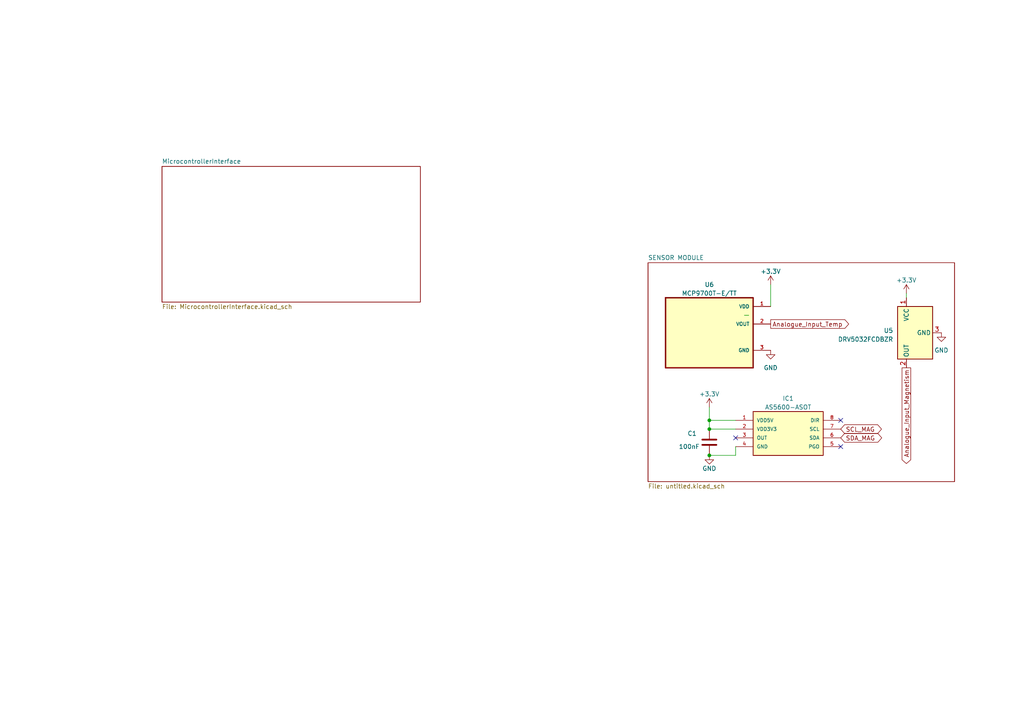
<source format=kicad_sch>
(kicad_sch (version 20230121) (generator eeschema)
  (paper "A4")
  (lib_symbols
    (symbol "AS5600-ASOT:AS5600-ASOT" (pin_names (offset 1.016))
      (property "Reference" "IC" (at 6.35 5.08 0))
      (property "Value" "AS5600-ASOT" (at 6.35 -12.7 0))
      (symbol "AS5600-ASOT_0_0"
        (rectangle (start 5.08 -10.16) (end 25.4 2.54) (stroke (width 0.254)) (fill (type background)))
        (pin bidirectional line (at 0 0 0) (length 5.08) (name "VDD5V") (number "1"))
        (pin bidirectional line (at 0 -2.54 0) (length 5.08) (name "VDD3V3") (number "2"))
        (pin bidirectional line (at 0 -5.08 0) (length 5.08) (name "OUT") (number "3"))
        (pin bidirectional line (at 0 -7.62 0) (length 5.08) (name "GND") (number "4"))
        (pin bidirectional line (at 30.48 -7.62 180) (length 5.08) (name "PGO") (number "5"))
        (pin bidirectional line (at 30.48 -5.08 180) (length 5.08) (name "SDA") (number "6"))
        (pin bidirectional line (at 30.48 -2.54 180) (length 5.08) (name "SCL") (number "7"))
        (pin bidirectional line (at 30.48 0 180) (length 5.08) (name "DIR") (number "8"))
      )
    )
    (symbol "Device:C" (pin_numbers hide) (pin_names (offset 0.254))
      (property "Reference" "C" (at 0.635 2.54 0))
      (property "Value" "C" (at 0.635 -2.54 0))
      (symbol "C_0_1"
        (polyline (pts (xy -2.032 -0.762) (xy 2.032 -0.762)) (stroke (width 0.508)))
        (polyline (pts (xy -2.032 0.762) (xy 2.032 0.762)) (stroke (width 0.508)))
      )
      (symbol "C_1_1"
        (pin passive line (at 0 3.81 270) (length 2.794) (name "~") (number "1"))
        (pin passive line (at 0 -3.81 90) (length 2.794) (name "~") (number "2"))
      )
    )
    (symbol "MCP9700T-E_TT:MCP9700T-E{slash}TT" (pin_names (offset 1.016))
      (property "Reference" "U" (at -12.7 11.16 0))
      (property "Value" "MCP9700T-E{slash}TT" (at -12.7 -14.16 0))
      (symbol "MCP9700T-E{slash}TT_0_0"
        (rectangle (start -12.7 -10.16) (end 12.7 10.16) (stroke (width 0.41)) (fill (type background)))
        (pin power_in line (at 17.78 7.62 180) (length 5.08) (name "VDD") (number "1"))
        (pin output line (at 17.78 2.54 180) (length 5.08) (name "VOUT") (number "2"))
        (pin power_in line (at 17.78 -5.08 180) (length 5.08) (name "GND") (number "3"))
      )
    )
    (symbol "Sensor_Magnetic:DRV5033FAxDBZ"
      (property "Reference" "U5" (at -6.35 0.635 0))
      (property "Value" "DRV5032FCDBZR" (at -6.35 -1.905 0))
      (symbol "DRV5033FAxDBZ_1_1"
        (rectangle (start -5.08 7.62) (end 5.08 -7.62) (stroke (width 0.254)) (fill (type background)))
        (pin power_in line (at -2.54 10.16 270) (length 2.54) (name "VCC") (number "1"))
        (pin output line (at -2.54 -10.16 90) (length 2.54) (name "OUT") (number "2"))
        (pin power_in line (at 7.62 0 180) (length 2.54) (name "GND") (number "3"))
      )
    )
    (symbol "power:+3.3V" (power) (pin_names (offset 0))
      (property "Value" "+3.3V" (at 0 3.556 0))
      (symbol "+3.3V_0_1"
        (polyline (pts (xy -0.762 1.27) (xy 0 2.54)))
        (polyline (pts (xy 0 0) (xy 0 2.54)))
        (polyline (pts (xy 0 2.54) (xy 0.762 1.27)))
      )
      (symbol "+3.3V_1_1"
        (pin power_in line (at 0 0 90) (length 0) hide (name "+3.3V") (number "1"))
      )
    )
    (symbol "power:GND" (power) (pin_names (offset 0))
      (property "Value" "GND" (at 0 -3.81 0))
      (symbol "GND_0_1"
        (polyline (pts (xy 0 0) (xy 0 -1.27) (xy 1.27 -1.27) (xy 0 -2.54) (xy -1.27 -1.27) (xy 0 -1.27)))
      )
      (symbol "GND_1_1"
        (pin power_in line (at 0 0 270) (length 0) hide (name "GND") (number "1"))
      )
    )
  )
  (junction (at 205.74 132.08))
  (junction (at 205.74 124.46))
  (junction (at 205.74 121.92))
  (no_connect (at 243.84 129.54))
  (no_connect (at 213.36 127))
  (no_connect (at 243.84 121.92))
  (wire (pts (xy 205.74 118.11) (xy 205.74 121.92)))
  (wire (pts (xy 262.89 85.09) (xy 262.89 86.36)))
  (wire (pts (xy 213.36 129.54) (xy 213.36 132.08)))
  (wire (pts (xy 205.74 124.46) (xy 213.36 124.46)))
  (wire (pts (xy 215.9 91.44) (xy 217.17 91.44)))
  (wire (pts (xy 213.36 121.92) (xy 205.74 121.92)))
  (wire (pts (xy 205.74 121.92) (xy 205.74 124.46)))
  (wire (pts (xy 223.52 82.55) (xy 223.52 88.9)))
  (wire (pts (xy 205.74 132.08) (xy 213.36 132.08)))
  (global_label "Analogue_Input_Temp" (shape output) (at 223.52 93.98 0) (property "Intersheetrefs" "${INTERSHEET_REFS}" (effects hide)))
  (global_label "Analogue_Input_Magnetism" (shape output) (at 262.89 106.68 270) (property "Intersheetrefs" "${INTERSHEET_REFS}" (effects hide)))
  (global_label "SCL_MAG" (shape bidirectional) (at 243.84 124.46 0) (property "Intersheetrefs" "${INTERSHEET_REFS}" (effects hide)))
  (global_label "SDA_MAG" (shape bidirectional) (at 243.84 127 0) (property "Intersheetrefs" "${INTERSHEET_REFS}" (effects hide)))
  (symbol (lib_id "Sensor_Magnetic:DRV5033FAxDBZ") (at 265.43 96.52 0) (unit 1)
    (property "Reference" "U5" (at 259.08 95.885 0) (effects (justify right)))
    (property "Value" "DRV5032FCDBZR" (at 259.08 98.425 0) (effects (justify right)))
    (property "Footprint" "DRV5032FCDBZR:SOT95P237X112-3N" (effects hide))
    (property "Datasheet" "https://www.ti.com/lit/ds/symlink/drv5032.pdf?HQS=dis-mous-null-mousermode-dsf-pf-null-wwe&ts=1677925367122&ref_url=https%253A%252F%252Fwww.mouser.co.za%252F" (effects hide))
  )
  (symbol (lib_id "power:+3.3V") (at 262.89 85.09 0) (unit 1)
    (property "Reference" "#PWR04" (effects hide))
    (property "Value" "+3.3V" (at 262.89 81.28 0))
  )
  (symbol (lib_id "MCP9700T-E_TT:MCP9700T-E{slash}TT") (at 205.74 96.52 0) (unit 1)
    (property "Reference" "U6" (at 205.74 82.55 0))
    (property "Value" "MCP9700T-E/TT" (at 205.74 85.09 0))
    (property "Footprint" "MCP9700T-ETT:SOT95P237X112-3N" (effects hide))
  )
  (symbol (lib_id "AS5600-ASOT:AS5600-ASOT") (at 213.36 121.92 0) (unit 1)
    (property "Reference" "IC1" (at 228.6 115.57 0))
    (property "Value" "AS5600-ASOT" (at 228.6 118.11 0))
    (property "Footprint" "SOIC127P600X175-8N" (effects hide))
    (property "ARROW_PRICE-STOCK" "https://www.arrow.com/en/products/as5600-asot/ams-ag?region=nac" (effects hide))
    (property "DESCRIPTION" "Board Mount Hall Effect / Magnetic Sensors AS5600 Magnetic Sensor 12-Bit" (effects hide))
    (property "MOUSER_PART_NUMBER" "985-AS5600-ASOT" (effects hide))
    (property "MANUFACTURER_NAME" "ams" (effects hide))
    (property "HEIGHT" "1.75mm" (effects hide))
    (property "MOUSER_PRICE-STOCK" "https://www.mouser.co.uk/ProductDetail/ams/AS5600-ASOT?qs=KTMMzrZdriGJpjhsnAEYBA%3D%3D" (effects hide))
    (property "ARROW_PART_NUMBER" "AS5600-ASOT" (effects hide))
    (property "MANUFACTURER_PART_NUMBER" "AS5600-ASOT" (effects hide))
  )
  (symbol (lib_id "power:GND") (at 223.52 101.6 0) (unit 1)
    (property "Reference" "#PWR06" (effects hide))
    (property "Value" "GND" (at 223.52 106.68 0))
  )
  (symbol (lib_id "power:GND") (at 205.74 132.08 0) (unit 1)
    (property "Reference" "#PWR01" (effects hide))
    (property "Value" "GND" (at 205.74 135.89 0))
  )
  (symbol (lib_id "power:GND") (at 273.05 96.52 0) (unit 1)
    (property "Reference" "#PWR02" (effects hide))
    (property "Value" "GND" (at 273.05 101.6 0))
  )
  (symbol (lib_id "Device:C") (at 205.74 128.27 0) (unit 1)
    (property "Reference" "C1" (at 199.39 125.73 0) (effects (justify left)))
    (property "Value" "100nF" (at 196.85 129.54 0) (effects (justify left)))
  )
  (symbol (lib_id "power:+3.3V") (at 223.52 82.55 0) (unit 1)
    (property "Reference" "#PWR05" (effects hide))
    (property "Value" "+3.3V" (at 223.52 78.74 0))
  )
  (symbol (lib_id "power:+3.3V") (at 205.74 118.11 0) (unit 1)
    (property "Reference" "#PWR03" (effects hide))
    (property "Value" "+3.3V" (at 205.74 114.3 0))
  )
  (sheet (at 46.99 48.26) (size 74.93 39.37) (stroke (width 0.1524))
    (property "Sheetname" "MicrocontrollerInterface" (at 46.99 47.5484 0) (effects (justify left bottom)))
    (property "Sheetfile" "MicrocontrollerInterface.kicad_sch" (at 46.99 88.2146 0) (effects (justify left top)))
  )
  (sheet (at 187.96 76.2) (size 88.9 63.5) (stroke (width 0.1524))
    (property "Sheetname" "SENSOR MODULE" (at 187.96 75.4884 0) (effects (justify left bottom)))
    (property "Sheetfile" "untitled.kicad_sch" (at 187.96 140.2846 0) (effects (justify left top)))
  )
)
</source>
